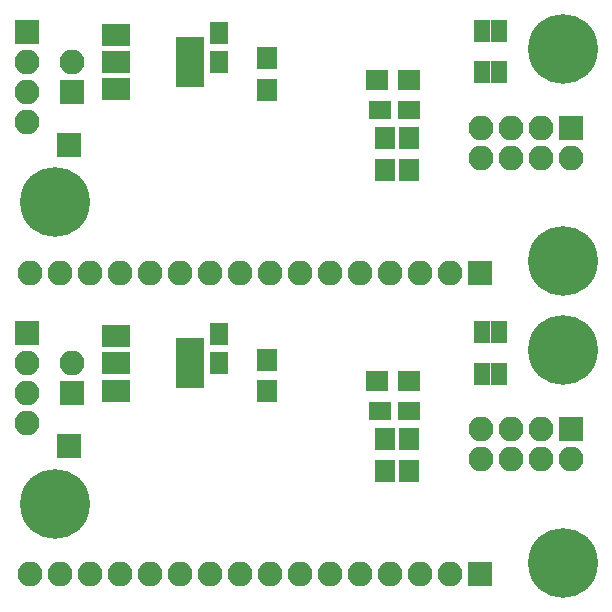
<source format=gts>
G04 #@! TF.FileFunction,Soldermask,Top*
%FSLAX46Y46*%
G04 Gerber Fmt 4.6, Leading zero omitted, Abs format (unit mm)*
G04 Created by KiCad (PCBNEW 4.0.7) date 07/17/18 15:17:27*
%MOMM*%
%LPD*%
G01*
G04 APERTURE LIST*
%ADD10C,0.100000*%
%ADD11R,2.100000X2.100000*%
%ADD12R,1.900000X1.700000*%
%ADD13R,1.700000X1.900000*%
%ADD14O,2.100000X2.100000*%
%ADD15R,2.400000X4.200000*%
%ADD16R,2.400000X1.900000*%
%ADD17C,5.900000*%
%ADD18R,1.400000X1.900000*%
%ADD19R,1.900000X1.650000*%
%ADD20R,1.650000X1.900000*%
G04 APERTURE END LIST*
D10*
D11*
X18161000Y-49630000D03*
D12*
X44243000Y-44169000D03*
X46943000Y-44169000D03*
D13*
X46990000Y-51742000D03*
X46990000Y-49042000D03*
X44958000Y-49042000D03*
X44958000Y-51742000D03*
D11*
X60706000Y-48233000D03*
D14*
X60706000Y-50773000D03*
X58166000Y-48233000D03*
X58166000Y-50773000D03*
X55626000Y-48233000D03*
X55626000Y-50773000D03*
X53086000Y-48233000D03*
X53086000Y-50773000D03*
D11*
X18415000Y-45185000D03*
D14*
X18415000Y-42645000D03*
D13*
X34925000Y-45011000D03*
X34925000Y-42311000D03*
D11*
X53000000Y-60500000D03*
D14*
X50460000Y-60500000D03*
X47920000Y-60500000D03*
X45380000Y-60500000D03*
X42840000Y-60500000D03*
X40300000Y-60500000D03*
X37760000Y-60500000D03*
X35220000Y-60500000D03*
X32680000Y-60500000D03*
X30140000Y-60500000D03*
X27600000Y-60500000D03*
X25060000Y-60500000D03*
X22520000Y-60500000D03*
X19980000Y-60500000D03*
X17440000Y-60500000D03*
X14900000Y-60500000D03*
D15*
X28423000Y-42645000D03*
D16*
X22123000Y-42645000D03*
X22123000Y-44945000D03*
X22123000Y-40345000D03*
D17*
X17000000Y-54500000D03*
X60000000Y-41500000D03*
X60000000Y-59500000D03*
D11*
X14605000Y-40105000D03*
D14*
X14605000Y-42645000D03*
X14605000Y-45185000D03*
X14605000Y-47725000D03*
D18*
X53148000Y-43506000D03*
X54548000Y-43506000D03*
X53148000Y-40006000D03*
X54548000Y-40006000D03*
D19*
X44470000Y-46709000D03*
X46970000Y-46709000D03*
D20*
X30861000Y-42625000D03*
X30861000Y-40125000D03*
X30861000Y-17125000D03*
X30861000Y-14625000D03*
D19*
X44470000Y-21209000D03*
X46970000Y-21209000D03*
D18*
X53148000Y-18006000D03*
X54548000Y-18006000D03*
X53148000Y-14506000D03*
X54548000Y-14506000D03*
D11*
X14605000Y-14605000D03*
D14*
X14605000Y-17145000D03*
X14605000Y-19685000D03*
X14605000Y-22225000D03*
D17*
X60000000Y-34000000D03*
X60000000Y-16000000D03*
X17000000Y-29000000D03*
D15*
X28423000Y-17145000D03*
D16*
X22123000Y-17145000D03*
X22123000Y-19445000D03*
X22123000Y-14845000D03*
D11*
X53000000Y-35000000D03*
D14*
X50460000Y-35000000D03*
X47920000Y-35000000D03*
X45380000Y-35000000D03*
X42840000Y-35000000D03*
X40300000Y-35000000D03*
X37760000Y-35000000D03*
X35220000Y-35000000D03*
X32680000Y-35000000D03*
X30140000Y-35000000D03*
X27600000Y-35000000D03*
X25060000Y-35000000D03*
X22520000Y-35000000D03*
X19980000Y-35000000D03*
X17440000Y-35000000D03*
X14900000Y-35000000D03*
D13*
X34925000Y-19511000D03*
X34925000Y-16811000D03*
D11*
X18415000Y-19685000D03*
D14*
X18415000Y-17145000D03*
D11*
X60706000Y-22733000D03*
D14*
X60706000Y-25273000D03*
X58166000Y-22733000D03*
X58166000Y-25273000D03*
X55626000Y-22733000D03*
X55626000Y-25273000D03*
X53086000Y-22733000D03*
X53086000Y-25273000D03*
D13*
X44958000Y-23542000D03*
X44958000Y-26242000D03*
X46990000Y-26242000D03*
X46990000Y-23542000D03*
D12*
X44243000Y-18669000D03*
X46943000Y-18669000D03*
D11*
X18161000Y-24130000D03*
M02*

</source>
